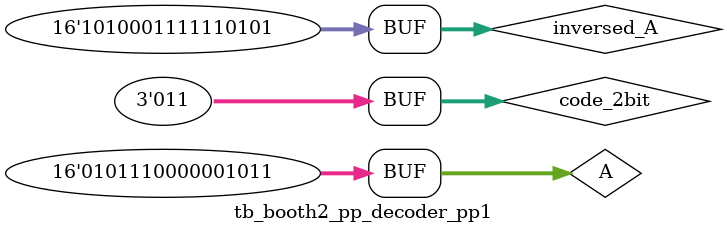
<source format=v>
`timescale 1ns / 1ps
module tb_booth2_pp_decoder_pp1(

    );
    
    reg [2:0]       code_2bit       ;
    reg [15:0]      A               ;
    reg [15:0]      inversed_A      ;
    
    wire [16:0]     pp_out          ;
    
    initial begin
        A <= 16'b0101_1100_0000_1011;
        inversed_A <= 16'b1010_0011_1111_0101;
        code_2bit <= 2'b00;
    #20
        code_2bit <= 2'b01;
    #20 
        code_2bit <= 2'b10;
    #20
        code_2bit <= 2'b11;
    end
    
    booth2_pp_decoder_pp1 booth2_pp_decoder_pp1_inst(
        .code_2bit   (code_2bit ),  //原本要输入3bit booth编码,对于一个部分积只需要2bit,最低位编码一定为0
        .A           (A         ),  //被乘数A
        .inversed_A  (inversed_A),  //取反后的被乘数(-A)

        .pp_out      (pp_out    )   //输出的部分积,输出17bit
    );
endmodule

</source>
